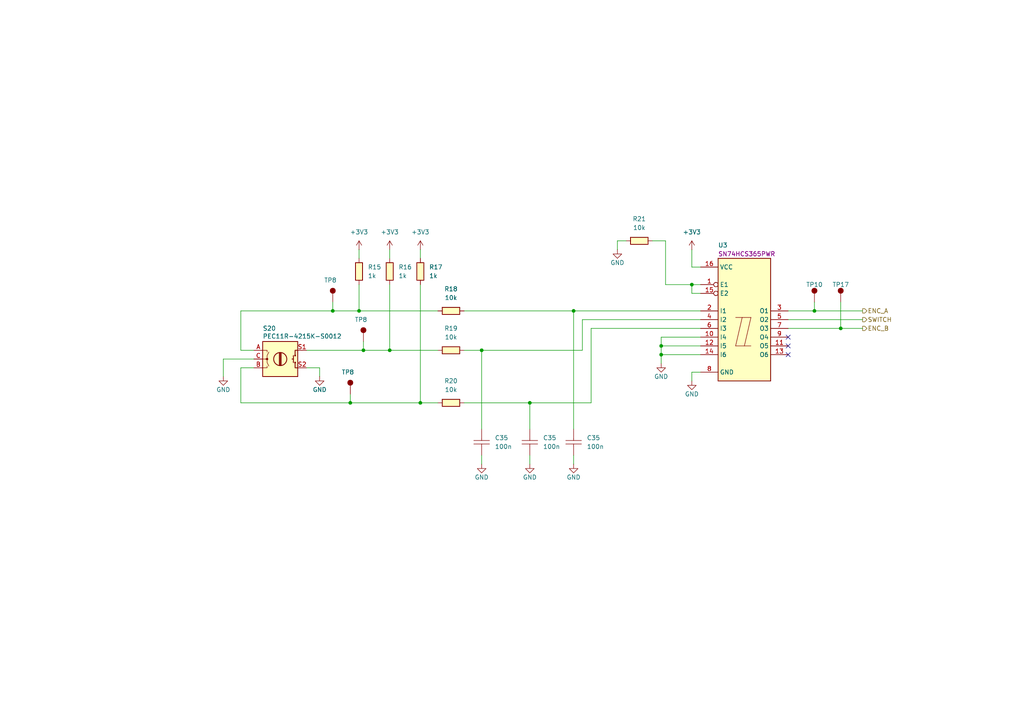
<source format=kicad_sch>
(kicad_sch (version 20231120) (generator "eeschema") (generator_version "8.0")
  (paper "A4")
  (title_block (title "Programmable Keyboard") (date "2025-01-06") (rev "3.0") (company "Kallio Designs Oy") (comment 1 "TL, NH") (comment 2 "ASSEMBLY_PN") (comment 3 "000018"))
  (lib_symbols
    (symbol "KD_Capacitor:C_0603_100n_X7R_50V" (pin_numbers hide) (pin_names hide)
      (property "Reference" "C" (at 2.54 1.27 0))
      (property "Value" "100n" (at 2.54 -1.27 0))
      (symbol "C_0603_100n_X7R_50V_0_1"
        (polyline (pts (xy -2.286 -0.508) (xy 2.286 -0.508)))
        (polyline (pts (xy -2.286 0.508) (xy 2.286 0.508)))
        (polyline (pts (xy 0 -0.508) (xy 0 -1.016)))
        (polyline (pts (xy 0 0.508) (xy 0 1.016)))
      )
      (symbol "C_0603_100n_X7R_50V_1_1"
        (pin passive line (at 0 3.81 270) (length 2.794) (name "~") (number "1"))
        (pin passive line (at 0 -3.81 90) (length 2.794) (name "~") (number "2"))
      )
    )
    (symbol "KD_Connector_Pads:TestPoint_2.5mm_H0.9" (pin_numbers hide) (pin_names hide)
      (property "Reference" "TP" (at 0 5.08 0))
      (symbol "TestPoint_2.5mm_H0.9_0_1"
        (circle (center 0 3.302) (radius 0.762) (fill (type outline)))
      )
      (symbol "TestPoint_2.5mm_H0.9_1_1"
        (pin passive line (at 0 0 90) (length 2.54) (name "1") (number "1"))
      )
    )
    (symbol "KD_IC_Buffer_Driver_Interface:Buffer_Schmitt_6CH_SN74HCS365PWR"
      (property "Reference" "U" (at 5.08 6.35 0))
      (property "Code" "SN74HCS365PWR" (at 5.08 3.81 0))
      (symbol "Buffer_Schmitt_6CH_SN74HCS365PWR_0_1"
        (polyline (pts (xy 10.16 -22.86) (xy 14.605 -22.86)))
        (polyline (pts (xy 10.16 -14.605) (xy 14.605 -14.605)))
        (polyline (pts (xy 12.065 -14.605) (xy 10.16 -22.86)))
        (polyline (pts (xy 14.605 -14.605) (xy 12.7 -22.86)))
      )
      (symbol "Buffer_Schmitt_6CH_SN74HCS365PWR_1_0"
        (pin input inverted (at 0 -5.08 0) (length 5.08) (name "E1") (number "1"))
        (pin input line (at 0 -20.32 0) (length 5.08) (name "I4") (number "10"))
        (pin tri_state line (at 25.4 -22.86 180) (length 5.08) (name "O5") (number "11"))
        (pin input line (at 0 -22.86 0) (length 5.08) (name "I5") (number "12"))
        (pin tri_state line (at 25.4 -25.4 180) (length 5.08) (name "O6") (number "13"))
        (pin input line (at 0 -25.4 0) (length 5.08) (name "I6") (number "14"))
        (pin input inverted (at 0 -7.62 0) (length 5.08) (name "E2") (number "15"))
        (pin power_in line (at 0 0 0) (length 5.08) (name "VCC") (number "16"))
        (pin input line (at 0 -12.7 0) (length 5.08) (name "I1") (number "2"))
        (pin tri_state line (at 25.4 -12.7 180) (length 5.08) (name "O1") (number "3"))
        (pin input line (at 0 -15.24 0) (length 5.08) (name "I2") (number "4"))
        (pin tri_state line (at 25.4 -15.24 180) (length 5.08) (name "O2") (number "5"))
        (pin input line (at 0 -17.78 0) (length 5.08) (name "I3") (number "6"))
        (pin tri_state line (at 25.4 -17.78 180) (length 5.08) (name "O3") (number "7"))
        (pin power_in line (at 0 -30.48 0) (length 5.08) (name "GND") (number "8"))
        (pin tri_state line (at 25.4 -20.32 180) (length 5.08) (name "O4") (number "9"))
      )
      (symbol "Buffer_Schmitt_6CH_SN74HCS365PWR_1_1"
        (rectangle (start 5.08 2.54) (end 20.32 -33.02) (stroke (width 0.254)) (fill (type background)))
      )
    )
    (symbol "KD_Resistor:R_0603_10k_1%" (pin_numbers hide) (pin_names hide)
      (property "Reference" "R" (at 2.032 1.27 0))
      (property "Value" "10k" (at 2.032 -1.27 0))
      (symbol "R_0603_10k_1%_0_1"
        (rectangle (start -1.016 -2.54) (end 1.016 2.54) (stroke (width 0.254)) (fill (type background)))
      )
      (symbol "R_0603_10k_1%_1_1"
        (pin passive line (at 0 3.81 270) (length 1.27) (name "~") (number "1"))
        (pin passive line (at 0 -3.81 90) (length 1.27) (name "~") (number "2"))
      )
    )
    (symbol "KD_Resistor:R_0603_1k_1%" (pin_numbers hide) (pin_names hide)
      (property "Reference" "R" (at 2.032 1.27 0))
      (property "Value" "1k" (at 2.032 -1.27 0))
      (symbol "R_0603_1k_1%_1_1"
        (rectangle (start -1.016 2.54) (end 1.016 -2.54) (stroke (width 0.254)) (fill (type background)))
        (pin passive line (at 0 3.81 270) (length 1.27) (name "~") (number "1"))
        (pin passive line (at 0 -3.81 90) (length 1.27) (name "~") (number "2"))
      )
    )
    (symbol "KD_Switch:Encoder_Incremental_Bourns_PEC11R-4215K-S0012" (pin_names hide)
      (property "Reference" "S" (at -5.08 8.89 0))
      (property "Value" "PEC11R-4215K-S0012" (at -5.08 6.604 0))
      (symbol "Encoder_Incremental_Bourns_PEC11R-4215K-S0012_0_1"
        (rectangle (start -5.08 5.08) (end 5.08 -5.08) (stroke (width 0.254)) (fill (type background)))
        (circle (center -3.81 0) (radius 0.254) (fill (type outline)))
        (polyline (pts (xy -0.254 -1.778) (xy -0.254 1.778)) (stroke (width 0.254)))
        (polyline (pts (xy 0 -1.778) (xy 0 1.778)) (stroke (width 0.254)))
        (polyline (pts (xy 0.254 1.778) (xy 0.254 -1.778)) (stroke (width 0.254)))
        (polyline (pts (xy 3.81 0) (xy 3.429 0)) (stroke (width 0.254)))
        (polyline (pts (xy 3.81 1.016) (xy 3.81 -1.016)) (stroke (width 0.254)))
        (polyline (pts (xy -5.08 -2.54) (xy -3.81 -2.54) (xy -3.81 -2.032)))
        (polyline (pts (xy -5.08 2.54) (xy -3.81 2.54) (xy -3.81 2.032)))
        (polyline (pts (xy 5.08 -2.54) (xy 4.318 -2.54) (xy 4.318 -1.016)) (stroke (width 0.254)))
        (polyline (pts (xy 5.08 2.54) (xy 4.318 2.54) (xy 4.318 1.016)) (stroke (width 0.254)))
        (polyline (pts (xy -5.08 0) (xy -3.81 0) (xy -3.81 -1.016) (xy -3.302 -2.032)))
        (polyline (pts (xy -4.318 0) (xy -3.81 0) (xy -3.81 1.016) (xy -3.302 2.032)))
        (circle (center 0 0) (radius 1.905) (stroke (width 0.254)))
        (circle (center 4.318 -1.016) (radius 0.127) (stroke (width 0.254)))
        (circle (center 4.318 1.016) (radius 0.127) (stroke (width 0.254)))
      )
      (symbol "Encoder_Incremental_Bourns_PEC11R-4215K-S0012_1_1"
        (pin passive line (at -7.62 2.54 0) (length 2.54) (name "A") (number "A"))
        (pin passive line (at -7.62 -2.54 0) (length 2.54) (name "B") (number "B"))
        (pin passive line (at -7.62 0 0) (length 2.54) (name "C") (number "C"))
        (pin passive line (at 7.62 2.54 180) (length 2.54) (name "S1") (number "S1"))
        (pin passive line (at 7.62 -2.54 180) (length 2.54) (name "S2") (number "S2"))
      )
    )
    (symbol "power:+3V3" (power) (pin_numbers hide) (pin_names (offset 0) hide)
      (property "Value" "+3V3" (at 0 3.556 0))
      (symbol "+3V3_0_1"
        (polyline (pts (xy -0.762 1.27) (xy 0 2.54)))
        (polyline (pts (xy 0 0) (xy 0 2.54)))
        (polyline (pts (xy 0 2.54) (xy 0.762 1.27)))
      )
      (symbol "+3V3_1_1"
        (pin power_in line (at 0 0 90) (length 0) (name "~") (number "1"))
      )
    )
    (symbol "power:GND" (power) (pin_numbers hide) (pin_names (offset 0) hide)
      (property "Value" "GND" (at 0 -3.81 0))
      (symbol "GND_0_1"
        (polyline (pts (xy 0 0) (xy 0 -1.27) (xy 1.27 -1.27) (xy 0 -2.54) (xy -1.27 -1.27) (xy 0 -1.27)))
      )
      (symbol "GND_1_1"
        (pin power_in line (at 0 0 270) (length 0) (name "~") (number "1"))
      )
    )
  )
  (junction (at 113.03 101.6))
  (junction (at 101.6 116.84))
  (junction (at 236.22 90.17))
  (junction (at 96.52 90.17))
  (junction (at 139.7 101.6))
  (junction (at 191.77 102.87))
  (junction (at 200.66 82.55))
  (junction (at 191.77 100.33))
  (junction (at 243.84 95.25))
  (junction (at 105.41 101.6))
  (junction (at 104.14 90.17))
  (junction (at 153.67 116.84))
  (junction (at 121.92 116.84))
  (junction (at 166.37 90.17))
  (no_connect (at 228.6 102.87))
  (no_connect (at 228.6 100.33))
  (no_connect (at 228.6 97.79))
  (wire (pts (xy 139.7 132.08) (xy 139.7 134.62)))
  (wire (pts (xy 153.67 132.08) (xy 153.67 134.62)))
  (wire (pts (xy 121.92 116.84) (xy 127 116.84)))
  (wire (pts (xy 191.77 102.87) (xy 191.77 105.41)))
  (wire (pts (xy 200.66 77.47) (xy 203.2 77.47)))
  (wire (pts (xy 134.62 116.84) (xy 153.67 116.84)))
  (wire (pts (xy 73.66 106.68) (xy 69.85 106.68)))
  (wire (pts (xy 243.84 87.63) (xy 243.84 95.25)))
  (wire (pts (xy 250.19 95.25) (xy 243.84 95.25)))
  (wire (pts (xy 243.84 95.25) (xy 228.6 95.25)))
  (wire (pts (xy 134.62 101.6) (xy 139.7 101.6)))
  (wire (pts (xy 250.19 90.17) (xy 236.22 90.17)))
  (wire (pts (xy 69.85 106.68) (xy 69.85 116.84)))
  (wire (pts (xy 166.37 90.17) (xy 166.37 124.46)))
  (wire (pts (xy 139.7 101.6) (xy 168.91 101.6)))
  (wire (pts (xy 203.2 102.87) (xy 191.77 102.87)))
  (wire (pts (xy 92.71 106.68) (xy 92.71 109.22)))
  (wire (pts (xy 73.66 101.6) (xy 69.85 101.6)))
  (wire (pts (xy 179.07 69.85) (xy 179.07 72.39)))
  (wire (pts (xy 73.66 104.14) (xy 64.77 104.14)))
  (wire (pts (xy 168.91 92.71) (xy 203.2 92.71)))
  (wire (pts (xy 191.77 100.33) (xy 191.77 102.87)))
  (wire (pts (xy 171.45 116.84) (xy 171.45 95.25)))
  (wire (pts (xy 250.19 92.71) (xy 228.6 92.71)))
  (wire (pts (xy 69.85 90.17) (xy 96.52 90.17)))
  (wire (pts (xy 203.2 107.95) (xy 200.66 107.95)))
  (wire (pts (xy 200.66 82.55) (xy 203.2 82.55)))
  (wire (pts (xy 88.9 106.68) (xy 92.71 106.68)))
  (wire (pts (xy 113.03 82.55) (xy 113.03 101.6)))
  (wire (pts (xy 96.52 87.63) (xy 96.52 90.17)))
  (wire (pts (xy 121.92 72.39) (xy 121.92 74.93)))
  (wire (pts (xy 105.41 99.06) (xy 105.41 101.6)))
  (wire (pts (xy 203.2 100.33) (xy 191.77 100.33)))
  (wire (pts (xy 193.04 69.85) (xy 193.04 82.55)))
  (wire (pts (xy 171.45 95.25) (xy 203.2 95.25)))
  (wire (pts (xy 200.66 85.09) (xy 200.66 82.55)))
  (wire (pts (xy 193.04 82.55) (xy 200.66 82.55)))
  (wire (pts (xy 181.61 69.85) (xy 179.07 69.85)))
  (wire (pts (xy 96.52 90.17) (xy 104.14 90.17)))
  (wire (pts (xy 166.37 90.17) (xy 203.2 90.17)))
  (wire (pts (xy 139.7 101.6) (xy 139.7 124.46)))
  (wire (pts (xy 134.62 90.17) (xy 166.37 90.17)))
  (wire (pts (xy 236.22 90.17) (xy 228.6 90.17)))
  (wire (pts (xy 69.85 116.84) (xy 101.6 116.84)))
  (wire (pts (xy 168.91 101.6) (xy 168.91 92.71)))
  (wire (pts (xy 153.67 116.84) (xy 171.45 116.84)))
  (wire (pts (xy 200.66 72.39) (xy 200.66 77.47)))
  (wire (pts (xy 113.03 72.39) (xy 113.03 74.93)))
  (wire (pts (xy 113.03 101.6) (xy 127 101.6)))
  (wire (pts (xy 104.14 82.55) (xy 104.14 90.17)))
  (wire (pts (xy 203.2 85.09) (xy 200.66 85.09)))
  (wire (pts (xy 200.66 107.95) (xy 200.66 110.49)))
  (wire (pts (xy 236.22 87.63) (xy 236.22 90.17)))
  (wire (pts (xy 121.92 82.55) (xy 121.92 116.84)))
  (wire (pts (xy 64.77 104.14) (xy 64.77 109.22)))
  (wire (pts (xy 101.6 116.84) (xy 121.92 116.84)))
  (wire (pts (xy 153.67 116.84) (xy 153.67 124.46)))
  (wire (pts (xy 189.23 69.85) (xy 193.04 69.85)))
  (wire (pts (xy 191.77 97.79) (xy 191.77 100.33)))
  (wire (pts (xy 104.14 72.39) (xy 104.14 74.93)))
  (wire (pts (xy 166.37 132.08) (xy 166.37 134.62)))
  (wire (pts (xy 88.9 101.6) (xy 105.41 101.6)))
  (wire (pts (xy 101.6 114.3) (xy 101.6 116.84)))
  (wire (pts (xy 104.14 90.17) (xy 127 90.17)))
  (wire (pts (xy 69.85 101.6) (xy 69.85 90.17)))
  (wire (pts (xy 203.2 97.79) (xy 191.77 97.79)))
  (wire (pts (xy 105.41 101.6) (xy 113.03 101.6)))
  (hierarchical_label "SWITCH" (shape output) (at 250.19 92.71 0))
  (hierarchical_label "ENC_A" (shape output) (at 250.19 90.17 0))
  (hierarchical_label "ENC_B" (shape output) (at 250.19 95.25 0))
  (symbol (lib_id "KD_Connector_Pads:TestPoint_2.5mm_H0.9") (at 236.22 87.63 0) (unit 1)
    (property "Reference" "TP10" (at 236.22 82.55 0))
    (property "Value" "TP D2.5 mm H0.9mm" (effects (hide yes)))
    (property "Footprint" "KD_Connector_Pads:TestPoint_Pad_D2.5mm_H0.9mm" (effects (hide yes)))
    (property "Datasheet" "DNP" (effects (hide yes)))
    (property "Description" "Test point" (effects (hide yes)))
    (property "Code" "DNP" (effects (hide yes)))
    (property "Manufacturer" "DNP" (effects (hide yes)))
    (property "MFG_PartNo" "DNP" (effects (hide yes)))
    (property "Supplier" "DNP" (effects (hide yes)))
    (property "Supplier_PartNo" "DNP" (effects (hide yes)))
    (property "DNP" "T" (effects (hide yes)))
    (property "Price" "0.00" (effects (hide yes)))
  )
  (symbol (lib_id "KD_Connector_Pads:TestPoint_2.5mm_H0.9") (at 101.6 114.3 0) (unit 1)
    (property "Reference" "TP8" (at 99.06 107.95 0) (effects (justify left)))
    (property "Value" "TP D2.5 mm H0.9mm" (effects (hide yes)))
    (property "Footprint" "KD_Connector_Pads:TestPoint_Pad_D2.5mm_H0.9mm" (effects (hide yes)))
    (property "Datasheet" "DNP" (effects (hide yes)))
    (property "Description" "Test point" (effects (hide yes)))
    (property "Code" "DNP" (effects (hide yes)))
    (property "Manufacturer" "DNP" (effects (hide yes)))
    (property "MFG_PartNo" "DNP" (effects (hide yes)))
    (property "Supplier" "DNP" (effects (hide yes)))
    (property "Supplier_PartNo" "DNP" (effects (hide yes)))
    (property "DNP" "T" (effects (hide yes)))
    (property "Price" "0.00" (effects (hide yes)))
    (instances (project "000052 RCCON" (path "" (reference "TP8") (unit 1))) (project "000018 PGKB" (path "" (reference "TP4") (unit 1))))
  )
  (symbol (lib_id "power:GND") (at 139.7 134.62 0) (mirror y) (unit 1)
    (property "Reference" "#GND03" (effects (hide yes)))
    (property "Value" "GND" (at 139.7 138.43 0))
    (property "Description" "Power symbol creates a global label with name \"GND\" , ground" (effects (hide yes)))
  )
  (symbol (lib_id "KD_Capacitor:C_0603_100n_X7R_50V") (at 166.37 128.27 180) (unit 1)
    (property "Reference" "C35" (at 170.18 126.9999 0) (effects (justify right)))
    (property "Value" "100n" (at 170.18 129.5399 0) (effects (justify right)))
    (property "Footprint" "KD_Capacitor:CAPC1608X90N" (effects (hide yes)))
    (property "Datasheet" "https://mm.digikey.com/Volume0/opasdata/d220001/medias/docus/658/CL10B104KB8NNWC_Spec.pdf" (effects (hide yes)))
    (property "Description" "CAP CER 0.1UF 50V X7R 0603" (effects (hide yes)))
    (property "Manufacturer" "Samsung" (effects (hide yes)))
    (property "MFG_PartNo" "CL10B104KB8NNWC" (effects (hide yes)))
    (property "Supplier" "Digi-Key" (effects (hide yes)))
    (property "Supplier_PartNo" "1276-1935-1-ND" (effects (hide yes)))
    (property "DNP" "F" (effects (hide yes)))
    (property "Price" "0.01" (effects (hide yes)))
    (instances (project "000052 RCCON" (path "" (reference "C35") (unit 1))) (project "000018 PGKB" (path "" (reference "C18") (unit 1))))
  )
  (symbol (lib_id "power:GND") (at 64.77 109.22 0) (mirror y) (unit 1)
    (property "Reference" "#GND03" (effects (hide yes)))
    (property "Value" "GND" (at 64.77 113.03 0))
    (property "Description" "Power symbol creates a global label with name \"GND\" , ground" (effects (hide yes)))
    (instances (project "000052 RCCON" (path "" (reference "#GND03") (unit 1))) (project "000018 PGKB" (path "" (reference "#GND01") (unit 1))))
  )
  (symbol (lib_id "power:+3V3") (at 104.14 72.39 0) (unit 1)
    (property "Reference" "#PWR029" (effects (hide yes)))
    (property "Value" "+3V3" (at 104.14 67.31 0))
    (property "Description" "Power symbol creates a global label with name \"+3V3\"" (effects (hide yes)))
  )
  (symbol (lib_id "power:GND") (at 179.07 72.39 0) (mirror y) (unit 1)
    (property "Reference" "#GND03" (effects (hide yes)))
    (property "Value" "GND" (at 179.07 76.2 0))
    (property "Description" "Power symbol creates a global label with name \"GND\" , ground" (effects (hide yes)))
    (instances (project "000052 RCCON" (path "" (reference "#GND03") (unit 1))) (project "000018 PGKB" (path "" (reference "#GND06") (unit 1))))
  )
  (symbol (lib_id "KD_Connector_Pads:TestPoint_2.5mm_H0.9") (at 96.52 87.63 0) (unit 1)
    (property "Reference" "TP8" (at 93.98 81.28 0) (effects (justify left)))
    (property "Value" "TP D2.5 mm H0.9mm" (effects (hide yes)))
    (property "Footprint" "KD_Connector_Pads:TestPoint_Pad_D2.5mm_H0.9mm" (effects (hide yes)))
    (property "Datasheet" "DNP" (effects (hide yes)))
    (property "Description" "Test point" (effects (hide yes)))
    (property "Code" "DNP" (effects (hide yes)))
    (property "Manufacturer" "DNP" (effects (hide yes)))
    (property "MFG_PartNo" "DNP" (effects (hide yes)))
    (property "Supplier" "DNP" (effects (hide yes)))
    (property "Supplier_PartNo" "DNP" (effects (hide yes)))
    (property "DNP" "T" (effects (hide yes)))
    (property "Price" "0.00" (effects (hide yes)))
    (instances (project "000052 RCCON" (path "" (reference "TP8") (unit 1))) (project "000018 PGKB" (path "" (reference "TP3") (unit 1))))
  )
  (symbol (lib_id "power:GND") (at 166.37 134.62 0) (mirror y) (unit 1)
    (property "Reference" "#GND03" (effects (hide yes)))
    (property "Value" "GND" (at 166.37 138.43 0))
    (property "Description" "Power symbol creates a global label with name \"GND\" , ground" (effects (hide yes)))
    (instances (project "000052 RCCON" (path "" (reference "#GND03") (unit 1))) (project "000018 PGKB" (path "" (reference "#GND05") (unit 1))))
  )
  (symbol (lib_id "KD_Resistor:R_0603_10k_1%") (at 130.81 90.17 90) (unit 1)
    (property "Reference" "R18" (at 130.81 83.82 90))
    (property "Value" "10k" (at 130.81 86.36 90))
    (property "Footprint" "KD_Resistor:RESC1608X55N" (effects (hide yes)))
    (property "Datasheet" "https://www.seielect.com/Catalog/SEI-RMCF_RMCP.pdf" (effects (hide yes)))
    (property "Description" "RES 10K OHM 1% 1/10W 0603" (effects (hide yes)))
    (property "Manufacturer" "Stackpole Electronics Inc" (effects (hide yes)))
    (property "MFG_PartNo" "RMCF0603FT10K0" (effects (hide yes)))
    (property "Supplier" "Digi-Key" (effects (hide yes)))
    (property "Supplier_PartNo" "RMCF0603FT10K0CT-ND" (effects (hide yes)))
    (property "DNP" "F" (effects (hide yes)))
    (property "Price" "0.01" (effects (hide yes)))
  )
  (symbol (lib_id "power:GND") (at 92.71 109.22 0) (mirror y) (unit 1)
    (property "Reference" "#GND03" (effects (hide yes)))
    (property "Value" "GND" (at 92.71 113.03 0))
    (property "Description" "Power symbol creates a global label with name \"GND\" , ground" (effects (hide yes)))
    (instances (project "000052 RCCON" (path "" (reference "#GND03") (unit 1))) (project "000018 PGKB" (path "" (reference "#GND02") (unit 1))))
  )
  (symbol (lib_id "power:GND") (at 191.77 105.41 0) (mirror y) (unit 1)
    (property "Reference" "#GND03" (effects (hide yes)))
    (property "Value" "GND" (at 191.77 109.22 0))
    (property "Description" "Power symbol creates a global label with name \"GND\" , ground" (effects (hide yes)))
    (instances (project "000052 RCCON" (path "" (reference "#GND03") (unit 1))) (project "000018 PGKB" (path "" (reference "#GND039") (unit 1))))
  )
  (symbol (lib_id "KD_Resistor:R_0603_10k_1%") (at 130.81 116.84 90) (unit 1)
    (property "Reference" "R20" (at 130.81 110.49 90))
    (property "Value" "10k" (at 130.81 113.03 90))
    (property "Footprint" "KD_Resistor:RESC1608X55N" (effects (hide yes)))
    (property "Datasheet" "https://www.seielect.com/Catalog/SEI-RMCF_RMCP.pdf" (effects (hide yes)))
    (property "Description" "RES 10K OHM 1% 1/10W 0603" (effects (hide yes)))
    (property "Manufacturer" "Stackpole Electronics Inc" (effects (hide yes)))
    (property "MFG_PartNo" "RMCF0603FT10K0" (effects (hide yes)))
    (property "Supplier" "Digi-Key" (effects (hide yes)))
    (property "Supplier_PartNo" "RMCF0603FT10K0CT-ND" (effects (hide yes)))
    (property "DNP" "F" (effects (hide yes)))
    (property "Price" "0.01" (effects (hide yes)))
  )
  (symbol (lib_id "KD_Capacitor:C_0603_100n_X7R_50V") (at 153.67 128.27 180) (unit 1)
    (property "Reference" "C35" (at 157.48 126.9999 0) (effects (justify right)))
    (property "Value" "100n" (at 157.48 129.5399 0) (effects (justify right)))
    (property "Footprint" "KD_Capacitor:CAPC1608X90N" (effects (hide yes)))
    (property "Datasheet" "https://mm.digikey.com/Volume0/opasdata/d220001/medias/docus/658/CL10B104KB8NNWC_Spec.pdf" (effects (hide yes)))
    (property "Description" "CAP CER 0.1UF 50V X7R 0603" (effects (hide yes)))
    (property "Manufacturer" "Samsung" (effects (hide yes)))
    (property "MFG_PartNo" "CL10B104KB8NNWC" (effects (hide yes)))
    (property "Supplier" "Digi-Key" (effects (hide yes)))
    (property "Supplier_PartNo" "1276-1935-1-ND" (effects (hide yes)))
    (property "DNP" "F" (effects (hide yes)))
    (property "Price" "0.01" (effects (hide yes)))
    (instances (project "000052 RCCON" (path "" (reference "C35") (unit 1))) (project "000018 PGKB" (path "" (reference "C17") (unit 1))))
  )
  (symbol (lib_id "KD_Resistor:R_0603_1k_1%") (at 121.92 78.74 0) (unit 1)
    (property "Reference" "R17" (at 124.46 77.4699 0) (effects (justify left)))
    (property "Value" "1k" (at 124.46 80.0099 0) (effects (justify left)))
    (property "Footprint" "KD_Resistor:RESC1608X55N" (effects (hide yes)))
    (property "Datasheet" "https://www.seielect.com/Catalog/SEI-RMCF_RMCP.pdf" (effects (hide yes)))
    (property "Description" "RES 1K OHM 5% 1/10W 0603" (effects (hide yes)))
    (property "Manufacturer" "Stackpole Electronics Inc" (effects (hide yes)))
    (property "MFG_PartNo" "RMCF0603JT1K00" (effects (hide yes)))
    (property "Supplier" "Digi-Key" (effects (hide yes)))
    (property "Supplier_PartNo" "RMCF0603JT1K00CT-ND" (effects (hide yes)))
    (property "DNP" "F" (effects (hide yes)))
    (property "Price" "0.01" (effects (hide yes)))
  )
  (symbol (lib_id "power:+3V3") (at 200.66 72.39 0) (unit 1)
    (property "Reference" "#PWR032" (effects (hide yes)))
    (property "Value" "+3V3" (at 200.66 67.31 0))
    (property "Description" "Power symbol creates a global label with name \"+3V3\"" (effects (hide yes)))
  )
  (symbol (lib_id "KD_IC_Buffer_Driver_Interface:Buffer_Schmitt_6CH_SN74HCS365PWR") (at 203.2 77.47 0) (unit 1)
    (property "Reference" "U3" (at 208.28 71.12 0) (effects (justify left)))
    (property "Value" "SN74HCS365PWR" (effects (hide yes)))
    (property "Footprint" "KD_Package_SO:SOP65P600X150-16N" (effects (hide yes)))
    (property "Datasheet" "https://www.ti.com/lit/ds/symlink/sn74hcs365.pdf" (effects (hide yes)))
    (property "Description" "IC BUFFER NON-INVERT 6V 16TSSOP" (effects (hide yes)))
    (property "Code" "SN74HCS365PWR" (at 208.28 73.66 0) (effects (justify left)))
    (property "Manufacturer" "Texas Instruments" (effects (hide yes)))
    (property "MFG_PartNo" "SN74HCS365PWR" (effects (hide yes)))
    (property "Supplier" "Digi-Key" (effects (hide yes)))
    (property "Supplier_PartNo" "296-SN74HCS365PWRCT-ND" (effects (hide yes)))
    (property "DNP" "F" (effects (hide yes)))
    (property "Price" "0.4" (effects (hide yes)))
  )
  (symbol (lib_id "power:+3V3") (at 121.92 72.39 0) (unit 1)
    (property "Reference" "#PWR031" (effects (hide yes)))
    (property "Value" "+3V3" (at 121.92 67.31 0))
    (property "Description" "Power symbol creates a global label with name \"+3V3\"" (effects (hide yes)))
  )
  (symbol (lib_id "KD_Switch:Encoder_Incremental_Bourns_PEC11R-4215K-S0012") (at 81.28 104.14 0) (unit 1)
    (property "Reference" "S20" (at 76.2 95.25 0) (effects (justify left)))
    (property "Value" "PEC11R-4215K-S0012" (at 76.2 97.536 0) (effects (justify left)))
    (property "Footprint" "KD_Switch:RotaryEncoder_Bourns_Vertical_PEC11R-4x15f-Sxxxx" (effects (hide yes)))
    (property "Datasheet" "https://www.bourns.com/docs/Product-Datasheets/PEC11R.pdf" (effects (hide yes)))
    (property "Description" "ROTARY ENCODER MECHANICAL 12PPR" (effects (hide yes)))
    (property "Manufacturer" "Bourns Inc." (effects (hide yes)))
    (property "MFG_PartNo" "PEC11R-4215K-S0012" (effects (hide yes)))
    (property "Supplier" "Digi-Key" (effects (hide yes)))
    (property "Supplier_PartNo" "PEC11R-4215K-S0012-ND" (effects (hide yes)))
    (property "DNP" "F" (effects (hide yes)))
    (property "Price" "1.9" (effects (hide yes)))
  )
  (symbol (lib_id "KD_Resistor:R_0603_1k_1%") (at 104.14 78.74 0) (unit 1)
    (property "Reference" "R15" (at 106.68 77.4699 0) (effects (justify left)))
    (property "Value" "1k" (at 106.68 80.0099 0) (effects (justify left)))
    (property "Footprint" "KD_Resistor:RESC1608X55N" (effects (hide yes)))
    (property "Datasheet" "https://www.seielect.com/Catalog/SEI-RMCF_RMCP.pdf" (effects (hide yes)))
    (property "Description" "RES 1K OHM 5% 1/10W 0603" (effects (hide yes)))
    (property "Manufacturer" "Stackpole Electronics Inc" (effects (hide yes)))
    (property "MFG_PartNo" "RMCF0603JT1K00" (effects (hide yes)))
    (property "Supplier" "Digi-Key" (effects (hide yes)))
    (property "Supplier_PartNo" "RMCF0603JT1K00CT-ND" (effects (hide yes)))
    (property "DNP" "F" (effects (hide yes)))
    (property "Price" "0.01" (effects (hide yes)))
  )
  (symbol (lib_id "KD_Connector_Pads:TestPoint_2.5mm_H0.9") (at 243.84 87.63 0) (unit 1)
    (property "Reference" "TP17" (at 243.84 82.55 0))
    (property "Value" "TP D2.5 mm H0.9mm" (effects (hide yes)))
    (property "Footprint" "KD_Connector_Pads:TestPoint_Pad_D2.5mm_H0.9mm" (effects (hide yes)))
    (property "Datasheet" "DNP" (effects (hide yes)))
    (property "Description" "Test point" (effects (hide yes)))
    (property "Code" "DNP" (effects (hide yes)))
    (property "Manufacturer" "DNP" (effects (hide yes)))
    (property "MFG_PartNo" "DNP" (effects (hide yes)))
    (property "Supplier" "DNP" (effects (hide yes)))
    (property "Supplier_PartNo" "DNP" (effects (hide yes)))
    (property "DNP" "T" (effects (hide yes)))
    (property "Price" "0.00" (effects (hide yes)))
  )
  (symbol (lib_id "KD_Capacitor:C_0603_100n_X7R_50V") (at 139.7 128.27 180) (unit 1)
    (property "Reference" "C35" (at 143.51 126.9999 0) (effects (justify right)))
    (property "Value" "100n" (at 143.51 129.5399 0) (effects (justify right)))
    (property "Footprint" "KD_Capacitor:CAPC1608X90N" (effects (hide yes)))
    (property "Datasheet" "https://mm.digikey.com/Volume0/opasdata/d220001/medias/docus/658/CL10B104KB8NNWC_Spec.pdf" (effects (hide yes)))
    (property "Description" "CAP CER 0.1UF 50V X7R 0603" (effects (hide yes)))
    (property "Manufacturer" "Samsung" (effects (hide yes)))
    (property "MFG_PartNo" "CL10B104KB8NNWC" (effects (hide yes)))
    (property "Supplier" "Digi-Key" (effects (hide yes)))
    (property "Supplier_PartNo" "1276-1935-1-ND" (effects (hide yes)))
    (property "DNP" "F" (effects (hide yes)))
    (property "Price" "0.01" (effects (hide yes)))
    (instances (project "000052 RCCON" (path "" (reference "C35") (unit 1))) (project "000018 PGKB" (path "" (reference "C16") (unit 1))))
  )
  (symbol (lib_id "power:+3V3") (at 113.03 72.39 0) (unit 1)
    (property "Reference" "#PWR030" (effects (hide yes)))
    (property "Value" "+3V3" (at 113.03 67.31 0))
    (property "Description" "Power symbol creates a global label with name \"+3V3\"" (effects (hide yes)))
  )
  (symbol (lib_id "KD_Resistor:R_0603_10k_1%") (at 185.42 69.85 90) (unit 1)
    (property "Reference" "R21" (at 185.42 63.5 90))
    (property "Value" "10k" (at 185.42 66.04 90))
    (property "Footprint" "KD_Resistor:RESC1608X55N" (effects (hide yes)))
    (property "Datasheet" "https://www.seielect.com/Catalog/SEI-RMCF_RMCP.pdf" (effects (hide yes)))
    (property "Description" "RES 10K OHM 1% 1/10W 0603" (effects (hide yes)))
    (property "Manufacturer" "Stackpole Electronics Inc" (effects (hide yes)))
    (property "MFG_PartNo" "RMCF0603FT10K0" (effects (hide yes)))
    (property "Supplier" "Digi-Key" (effects (hide yes)))
    (property "Supplier_PartNo" "RMCF0603FT10K0CT-ND" (effects (hide yes)))
    (property "DNP" "F" (effects (hide yes)))
    (property "Price" "0.01" (effects (hide yes)))
  )
  (symbol (lib_id "KD_Connector_Pads:TestPoint_2.5mm_H0.9") (at 105.41 99.06 0) (unit 1)
    (property "Reference" "TP8" (at 102.87 92.71 0) (effects (justify left)))
    (property "Value" "TP D2.5 mm H0.9mm" (effects (hide yes)))
    (property "Footprint" "KD_Connector_Pads:TestPoint_Pad_D2.5mm_H0.9mm" (effects (hide yes)))
    (property "Datasheet" "DNP" (effects (hide yes)))
    (property "Description" "Test point" (effects (hide yes)))
    (property "Code" "DNP" (effects (hide yes)))
    (property "Manufacturer" "DNP" (effects (hide yes)))
    (property "MFG_PartNo" "DNP" (effects (hide yes)))
    (property "Supplier" "DNP" (effects (hide yes)))
    (property "Supplier_PartNo" "DNP" (effects (hide yes)))
    (property "DNP" "T" (effects (hide yes)))
    (property "Price" "0.00" (effects (hide yes)))
    (instances (project "000052 RCCON" (path "" (reference "TP8") (unit 1))) (project "000018 PGKB" (path "" (reference "TP5") (unit 1))))
  )
  (symbol (lib_id "power:GND") (at 153.67 134.62 0) (mirror y) (unit 1)
    (property "Reference" "#GND03" (effects (hide yes)))
    (property "Value" "GND" (at 153.67 138.43 0))
    (property "Description" "Power symbol creates a global label with name \"GND\" , ground" (effects (hide yes)))
    (instances (project "000052 RCCON" (path "" (reference "#GND03") (unit 1))) (project "000018 PGKB" (path "" (reference "#GND04") (unit 1))))
  )
  (symbol (lib_id "power:GND") (at 200.66 110.49 0) (mirror y) (unit 1)
    (property "Reference" "#GND03" (effects (hide yes)))
    (property "Value" "GND" (at 200.66 114.3 0))
    (property "Description" "Power symbol creates a global label with name \"GND\" , ground" (effects (hide yes)))
    (instances (project "000052 RCCON" (path "" (reference "#GND03") (unit 1))) (project "000018 PGKB" (path "" (reference "#GND07") (unit 1))))
  )
  (symbol (lib_id "KD_Resistor:R_0603_10k_1%") (at 130.81 101.6 90) (unit 1)
    (property "Reference" "R19" (at 130.81 95.25 90))
    (property "Value" "10k" (at 130.81 97.79 90))
    (property "Footprint" "KD_Resistor:RESC1608X55N" (effects (hide yes)))
    (property "Datasheet" "https://www.seielect.com/Catalog/SEI-RMCF_RMCP.pdf" (effects (hide yes)))
    (property "Description" "RES 10K OHM 1% 1/10W 0603" (effects (hide yes)))
    (property "Manufacturer" "Stackpole Electronics Inc" (effects (hide yes)))
    (property "MFG_PartNo" "RMCF0603FT10K0" (effects (hide yes)))
    (property "Supplier" "Digi-Key" (effects (hide yes)))
    (property "Supplier_PartNo" "RMCF0603FT10K0CT-ND" (effects (hide yes)))
    (property "DNP" "F" (effects (hide yes)))
    (property "Price" "0.01" (effects (hide yes)))
  )
  (symbol (lib_id "KD_Resistor:R_0603_1k_1%") (at 113.03 78.74 0) (unit 1)
    (property "Reference" "R16" (at 115.57 77.4699 0) (effects (justify left)))
    (property "Value" "1k" (at 115.57 80.0099 0) (effects (justify left)))
    (property "Footprint" "KD_Resistor:RESC1608X55N" (effects (hide yes)))
    (property "Datasheet" "https://www.seielect.com/Catalog/SEI-RMCF_RMCP.pdf" (effects (hide yes)))
    (property "Description" "RES 1K OHM 5% 1/10W 0603" (effects (hide yes)))
    (property "Manufacturer" "Stackpole Electronics Inc" (effects (hide yes)))
    (property "MFG_PartNo" "RMCF0603JT1K00" (effects (hide yes)))
    (property "Supplier" "Digi-Key" (effects (hide yes)))
    (property "Supplier_PartNo" "RMCF0603JT1K00CT-ND" (effects (hide yes)))
    (property "DNP" "F" (effects (hide yes)))
    (property "Price" "0.01" (effects (hide yes)))
  )
)
</source>
